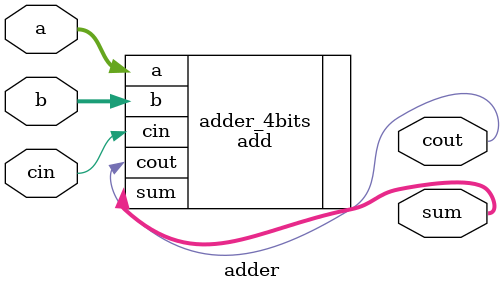
<source format=v>
module adder(
  input [3:0] a,
  input [3:0] b,
  input cin,
  output [3:0] sum,
  output cout
);

  add #(4) adder_4bits(
    .a(a),
    .b(b),
    .cin(cin),
    .sum(sum),
    .cout(cout)
  );
endmodule

</source>
